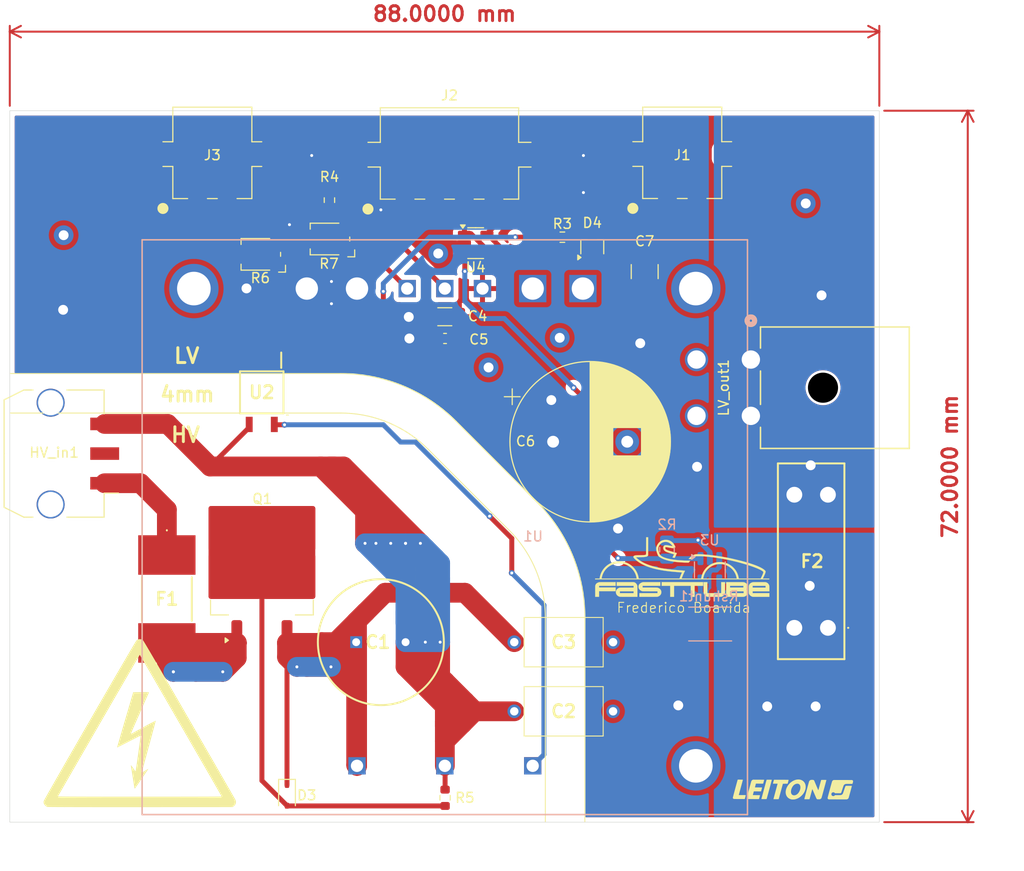
<source format=kicad_pcb>
(kicad_pcb
	(version 20240108)
	(generator "pcbnew")
	(generator_version "8.0")
	(general
		(thickness 1.6)
		(legacy_teardrops no)
	)
	(paper "A4")
	(layers
		(0 "F.Cu" power)
		(1 "In1.Cu" power "GND")
		(2 "In2.Cu" power "PWR")
		(31 "B.Cu" power)
		(32 "B.Adhes" user "B.Adhesive")
		(33 "F.Adhes" user "F.Adhesive")
		(34 "B.Paste" user)
		(35 "F.Paste" user)
		(36 "B.SilkS" user "B.Silkscreen")
		(37 "F.SilkS" user "F.Silkscreen")
		(38 "B.Mask" user)
		(39 "F.Mask" user)
		(40 "Dwgs.User" user "User.Drawings")
		(41 "Cmts.User" user "User.Comments")
		(42 "Eco1.User" user "User.Eco1")
		(43 "Eco2.User" user "User.Eco2")
		(44 "Edge.Cuts" user)
		(45 "Margin" user)
		(46 "B.CrtYd" user "B.Courtyard")
		(47 "F.CrtYd" user "F.Courtyard")
		(48 "B.Fab" user)
		(49 "F.Fab" user)
		(50 "User.1" user)
		(51 "User.2" user)
		(52 "User.3" user)
		(53 "User.4" user)
		(54 "User.5" user)
		(55 "User.6" user)
		(56 "User.7" user)
		(57 "User.8" user)
		(58 "User.9" user)
	)
	(setup
		(stackup
			(layer "F.SilkS"
				(type "Top Silk Screen")
			)
			(layer "F.Paste"
				(type "Top Solder Paste")
			)
			(layer "F.Mask"
				(type "Top Solder Mask")
				(thickness 0.01)
			)
			(layer "F.Cu"
				(type "copper")
				(thickness 0.035)
			)
			(layer "dielectric 1"
				(type "prepreg")
				(thickness 0.1)
				(material "FR4")
				(epsilon_r 4.5)
				(loss_tangent 0.02)
			)
			(layer "In1.Cu"
				(type "copper")
				(thickness 0.035)
			)
			(layer "dielectric 2"
				(type "core")
				(thickness 1.24)
				(material "FR4")
				(epsilon_r 4.5)
				(loss_tangent 0.02)
			)
			(layer "In2.Cu"
				(type "copper")
				(thickness 0.035)
			)
			(layer "dielectric 3"
				(type "prepreg")
				(thickness 0.1)
				(material "FR4")
				(epsilon_r 4.5)
				(loss_tangent 0.02)
			)
			(layer "B.Cu"
				(type "copper")
				(thickness 0.035)
			)
			(layer "B.Mask"
				(type "Bottom Solder Mask")
				(thickness 0.01)
			)
			(layer "B.Paste"
				(type "Bottom Solder Paste")
			)
			(layer "B.SilkS"
				(type "Bottom Silk Screen")
			)
			(copper_finish "None")
			(dielectric_constraints no)
		)
		(pad_to_mask_clearance 0)
		(allow_soldermask_bridges_in_footprints no)
		(pcbplotparams
			(layerselection 0x00010fc_ffffffff)
			(plot_on_all_layers_selection 0x0000000_00000000)
			(disableapertmacros no)
			(usegerberextensions no)
			(usegerberattributes yes)
			(usegerberadvancedattributes yes)
			(creategerberjobfile yes)
			(dashed_line_dash_ratio 12.000000)
			(dashed_line_gap_ratio 3.000000)
			(svgprecision 4)
			(plotframeref no)
			(viasonmask no)
			(mode 1)
			(useauxorigin no)
			(hpglpennumber 1)
			(hpglpenspeed 20)
			(hpglpendiameter 15.000000)
			(pdf_front_fp_property_popups yes)
			(pdf_back_fp_property_popups yes)
			(dxfpolygonmode yes)
			(dxfimperialunits yes)
			(dxfusepcbnewfont yes)
			(psnegative no)
			(psa4output no)
			(plotreference yes)
			(plotvalue yes)
			(plotfptext yes)
			(plotinvisibletext no)
			(sketchpadsonfab no)
			(subtractmaskfromsilk no)
			(outputformat 1)
			(mirror no)
			(drillshape 1)
			(scaleselection 1)
			(outputdirectory "")
		)
	)
	(net 0 "")
	(net 1 "Net-(HV_in1-HV-)")
	(net 2 "Net-(U1-+S)")
	(net 3 "GND")
	(net 4 "Net-(D4-Pad3)")
	(net 5 "Net-(HV_in1-HV+)")
	(net 6 "/LV_Cmeasure")
	(net 7 "Net-(R3-Pad2)")
	(net 8 "+3V3")
	(net 9 "/LV+")
	(net 10 "/3V_buttoncell")
	(net 11 "/TEMP_TSDCDC")
	(net 12 "Net-(LV_out1-Pin_1)")
	(net 13 "Net-(U1-CNT)")
	(net 14 "Net-(D3-K)")
	(net 15 "Net-(Q1-D)")
	(net 16 "/G")
	(net 17 "Net-(U4-+)")
	(net 18 "Net-(U1-TRM)")
	(net 19 "Net-(U3--)")
	(footprint "Capacitor_SMD:C_1210_3225Metric" (layer "F.Cu") (at 163.7 81.5 -90))
	(footprint "Resistor_SMD:R_0603_1608Metric" (layer "F.Cu") (at 155.370341 78.015823 180))
	(footprint "footprints:VY1471M29Y5UC63V0" (layer "F.Cu") (at 160.5 119 180))
	(footprint "FaSTTUBe_connectors:Micro_Mate-N-Lok_2p_horizontal" (layer "F.Cu") (at 167.5 69.6 180))
	(footprint "Potentiometer_SMD:Potentiometer_Bourns_TC33X_Vertical" (layer "F.Cu") (at 131.75 78.2 180))
	(footprint "footprints:CAPPRD500W60D1275H2200" (layer "F.Cu") (at 134.5 119))
	(footprint "FaSTTUBe_logos:FTLogo_small" (layer "F.Cu") (at 167.5 111.4))
	(footprint "Capacitor_SMD:C_1206_3216Metric" (layer "F.Cu") (at 143.470341 86.065823))
	(footprint "footprints:VY1471M29Y5UC63V0" (layer "F.Cu") (at 150.5 126))
	(footprint "Capacitor_SMD:C_0603_1608Metric" (layer "F.Cu") (at 143.495341 88.265823))
	(footprint "Diode_SMD:D_SOD-323" (layer "F.Cu") (at 127.5 134.5 -90))
	(footprint "Capacitor_THT:CP_Radial_D16.0mm_P7.50mm" (layer "F.Cu") (at 154.432587 98.715823))
	(footprint "Resistor_SMD:R_0603_1608Metric" (layer "F.Cu") (at 131.795341 74.265823 -90))
	(footprint "FaSTTUBe_connectors:Micro_Mate-N-Lok_2p_horizontal" (layer "F.Cu") (at 119.945341 69.608323 180))
	(footprint "footprints:0ACG5000TE" (layer "F.Cu") (at 115.342043 114.63101 -90))
	(footprint "Package_TO_SOT_SMD:SOT-323_SC-70" (layer "F.Cu") (at 158.395341 79.015823 90))
	(footprint "Connector_Molex:Molex_Micro-Fit_3.0_43650-0310_1x03-1MP_P3.00mm_Horizontal_PnP" (layer "F.Cu") (at 103.930341 99.915823 90))
	(footprint "Resistor_SMD:R_0603_1608Metric" (layer "F.Cu") (at 143.5 134.75 90))
	(footprint "FaSTTUBe_logos:HV-Warning" (layer "F.Cu") (at 112.6 127.2))
	(footprint "footprints:SOP254P700X210-4N" (layer "F.Cu") (at 124.945341 93.715823 -90))
	(footprint "Potentiometer_SMD:Potentiometer_Bourns_TC33X_Vertical"
		(layer "F.Cu")
		(uuid "b01cf478-92a1-4341-ac31-c4b4456c09d5")
		(at 124.75 79.75 180)
		(descr "Potentiometer, Bourns, TC33X, Vertical, https://www.bourns.com/pdfs/TC33.pdf")
		(tags "Potentiometer Bourns TC33X Vertical")
		(property "Reference" "R6"
			(at -0.05 -2.4 0)
			(layer "F.SilkS")
			(uuid "183537b1-87d2-486c-a672-7654754bc1dd")
			(effects
				(font
					(size 1 1)
					(thickness 0.15)
				)
			)
		)
		(property "Value" "100k"
			(at 0 2.5 0)
			(layer "F.Fab")
			(uuid "d10feaee-c6ce-4f5b-8d12-249b703517c6")
			(effects
				(font
					(size 1 1)
					(thickness 0.15)
				)
			)
		)
		(property "Footprint" "Potentiometer_SMD:Potentiometer_Bourns_TC33X_Vertical"
			(at 0 0 180)
			(unlocked yes)
			(layer "F.Fab")
			(hide yes)
			(uuid "87f64089-8966-4db0-b831-a11cf8d21ce0")
			(effects
				(font
					(size 1.27 1.27)
					(thickness 0.15)
				)
			)
		)
		(property "Datasheet" ""
			(at 0 0 180)
			(unlocked yes)
			(layer "F.Fab")
			(hide yes)
			(uuid "775f9d4e-137d-45aa-921b-12213783fdab")
			(effects
				(font
					(size 1.27 1.27)
					(thickness 0.15)
				)
			)
		)
		(property "Description" "Trimmable resistor (preset resistor)"
			(at 0 0 180)
			(unlocked yes)
			(layer "F.Fab")
			(hide yes)
			(uuid "fa8becb3-bfa3-46a7-97eb-b43e4aef7e43")
			(effects
				(font
					(size 1.27 1.27)
					(thickness 0.15)
				)
			)
		)
		(property ki_fp_filters "R_*")
		(path "/e8f1022b-18f0-4041-bbce-bd654e00309f")
		(sheetname "Root")
		(sheetfile "TDK_DCDC_pcb.kicad_sch")
		(attr smd)
		(fp_line
			(start 1.9 1.6)
			(end 1.9 1)
			(stroke
				(width 0.12)
				(type solid)
			)
			(layer "F.SilkS")
			(uuid "0e9ae93a-0cd9-4896-b25b-b1967bbebd29")
		)
		(fp_line
			(start 1.9 -1.6)
			(end 1.9 -1)
			(stroke
				(width 0.12)
				(type solid)
			)
			(layer "F.SilkS")
			(uuid "abebb348-caee-4a6e-8bf2-12e9063f7f4b")
		)
		(fp_line
			(start -1 1.6)
			(end 1.9 1.6)
			(stroke
				(width 0.12)
				(type solid)
			)
			(layer "F.SilkS")
			(uuid "1b1aa6eb-6784-48d3-a374-5280a66a4f7b")
		)
		(fp_line
			(start -1 -1.6)
			(end 1.9 -1.6)
			(stroke
				(width 0.12)
				(type solid)
			)
			(layer "F.SilkS")
			(uuid "a2f8f8d9-dcf8-41d7-bed7-70cd65366234")
		)
		(fp_line
			(start -1.9 -1.8)
			(end 
... [373349 chars truncated]
</source>
